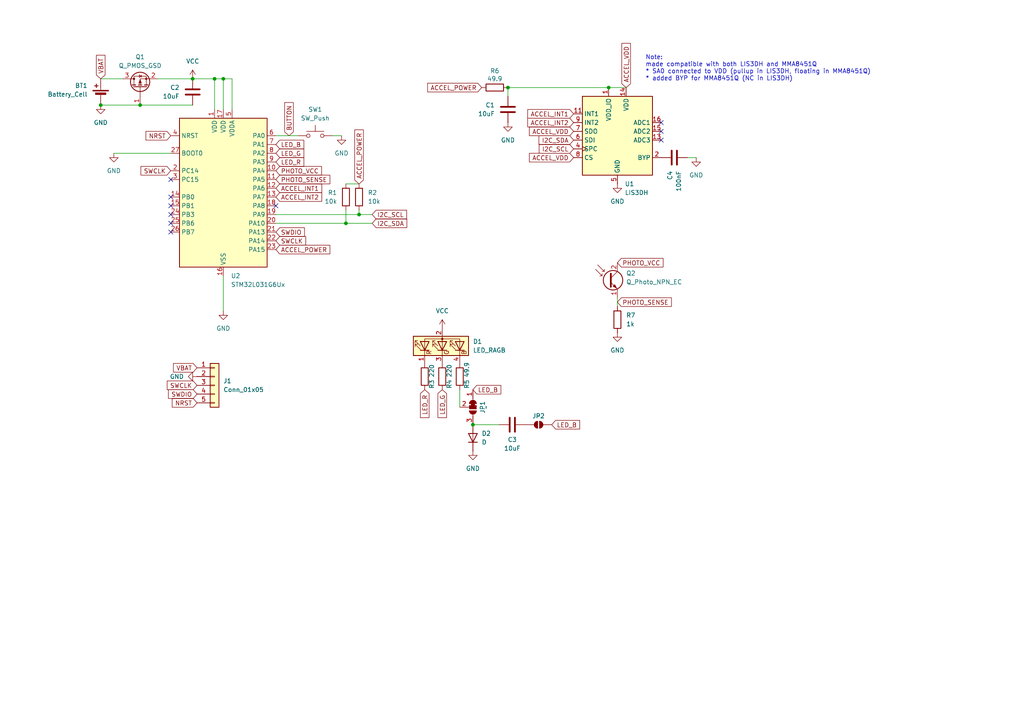
<source format=kicad_sch>
(kicad_sch (version 20250114) (generator "eeschema") (generator_version "9.0")
  (paper "A4")
  (lib_symbols
    (symbol "Connector_Generic:Conn_01x05" (pin_names (offset 1.016) (hide yes))
      (property "Reference" "J" (at 0 7.62 0))
      (property "Value" "Conn_01x05" (at 0 -7.62 0))
      (symbol "Conn_01x05_1_1"
        (rectangle (start -1.27 6.35) (end 1.27 -6.35) (stroke (width 0.254)) (fill (type background)))
        (rectangle (start -1.27 5.207) (end 0 4.953) (stroke (width 0.1524)))
        (rectangle (start -1.27 2.667) (end 0 2.413) (stroke (width 0.1524)))
        (rectangle (start -1.27 0.127) (end 0 -0.127) (stroke (width 0.1524)))
        (rectangle (start -1.27 -2.413) (end 0 -2.667) (stroke (width 0.1524)))
        (rectangle (start -1.27 -4.953) (end 0 -5.207) (stroke (width 0.1524)))
        (pin passive line (at -5.08 5.08 0) (length 3.81) (name "Pin_1") (number "1"))
        (pin passive line (at -5.08 2.54 0) (length 3.81) (name "Pin_2") (number "2"))
        (pin passive line (at -5.08 0 0) (length 3.81) (name "Pin_3") (number "3"))
        (pin passive line (at -5.08 -2.54 0) (length 3.81) (name "Pin_4") (number "4"))
        (pin passive line (at -5.08 -5.08 0) (length 3.81) (name "Pin_5") (number "5"))
      )
    )
    (symbol "Custom:LIS3DH"
      (property "Reference" "U" (at -7.62 11.43 0))
      (property "Value" "LIS3DH/MMA8451" (at 12.192 11.43 0))
      (symbol "LIS3DH_0_1"
        (rectangle (start -10.16 10.16) (end 10.16 -12.7) (stroke (width 0.254)) (fill (type background)))
      )
      (symbol "LIS3DH_1_1"
        (pin output line (at -12.7 5.08 0) (length 2.54) (name "INT1") (number "11"))
        (pin output line (at -12.7 2.54 0) (length 2.54) (name "INT2") (number "9"))
        (pin output line (at -12.7 0 0) (length 2.54) (name "SDO") (number "7"))
        (pin input line (at -12.7 -2.54 0) (length 2.54) (name "SDI") (number "6"))
        (pin input clock (at -12.7 -5.08 0) (length 2.54) (name "SPC") (number "4"))
        (pin input line (at -12.7 -7.62 0) (length 2.54) (name "CS") (number "8"))
        (pin power_in line (at -2.54 12.7 270) (length 2.54) (name "VDD_IO") (number "1"))
        (pin passive line (at 0 -15.24 90) (length 2.54) (hide yes) (name "GND") (number "10"))
        (pin passive line (at 0 -15.24 90) (length 2.54) (hide yes) (name "GND") (number "12"))
        (pin power_in line (at 0 -15.24 90) (length 2.54) (name "GND") (number "5"))
        (pin power_in line (at 2.54 12.7 270) (length 2.54) (name "VDD") (number "14"))
        (pin no_connect line (at 10.16 7.62 180) (length 2.54) (hide yes) (name "NC") (number "3"))
        (pin no_connect line (at 10.16 5.08 180) (length 2.54) (hide yes) (name "NC") (number "2"))
        (pin input line (at 12.7 2.54 180) (length 2.54) (name "ADC1") (number "16"))
        (pin input line (at 12.7 0 180) (length 2.54) (name "ADC2") (number "15"))
        (pin input line (at 12.7 -2.54 180) (length 2.54) (name "ADC3") (number "13"))
        (pin input line (at 12.7 -7.62 180) (length 2.54) (name "BYP") (number "2"))
      )
    )
    (symbol "Device:Battery_Cell" (pin_numbers (hide yes)) (pin_names (offset 0) (hide yes))
      (property "Reference" "BT" (at 2.54 2.54 0))
      (property "Value" "Battery_Cell" (at 2.54 0 0))
      (symbol "Battery_Cell_0_1"
        (rectangle (start -2.286 1.778) (end 2.286 1.524) (fill (type outline)))
        (rectangle (start -1.524 1.016) (end 1.524 0.508) (fill (type outline)))
        (polyline (pts (xy 0 1.778) (xy 0 2.54)))
        (polyline (pts (xy 0 0.762) (xy 0 0)))
        (polyline (pts (xy 0.762 3.048) (xy 1.778 3.048)) (stroke (width 0.254)))
        (polyline (pts (xy 1.27 3.556) (xy 1.27 2.54)) (stroke (width 0.254)))
      )
      (symbol "Battery_Cell_1_1"
        (pin passive line (at 0 5.08 270) (length 2.54) (name "+") (number "1"))
        (pin passive line (at 0 -2.54 90) (length 2.54) (name "-") (number "2"))
      )
    )
    (symbol "Device:C" (pin_numbers (hide yes)) (pin_names (offset 0.254))
      (property "Reference" "C" (at 0.635 2.54 0))
      (property "Value" "C" (at 0.635 -2.54 0))
      (symbol "C_0_1"
        (polyline (pts (xy -2.032 0.762) (xy 2.032 0.762)) (stroke (width 0.508)))
        (polyline (pts (xy -2.032 -0.762) (xy 2.032 -0.762)) (stroke (width 0.508)))
      )
      (symbol "C_1_1"
        (pin passive line (at 0 3.81 270) (length 2.794) (name "~") (number "1"))
        (pin passive line (at 0 -3.81 90) (length 2.794) (name "~") (number "2"))
      )
    )
    (symbol "Device:D" (pin_numbers (hide yes)) (pin_names (offset 1.016) (hide yes))
      (property "Reference" "D" (at 0 2.54 0))
      (property "Value" "D" (at 0 -2.54 0))
      (symbol "D_0_1"
        (polyline (pts (xy -1.27 1.27) (xy -1.27 -1.27)) (stroke (width 0.254)))
        (polyline (pts (xy 1.27 1.27) (xy 1.27 -1.27) (xy -1.27 0) (xy 1.27 1.27)) (stroke (width 0.254)))
        (polyline (pts (xy 1.27 0) (xy -1.27 0)))
      )
      (symbol "D_1_1"
        (pin passive line (at -3.81 0 0) (length 2.54) (name "K") (number "1"))
        (pin passive line (at 3.81 0 180) (length 2.54) (name "A") (number "2"))
      )
    )
    (symbol "Device:LED_RAGB" (pin_names (offset 0) (hide yes))
      (property "Reference" "D" (at 0 9.398 0))
      (property "Value" "LED_RAGB" (at 0 -8.89 0))
      (symbol "LED_RAGB_0_0"
        (text "R" (at -1.905 3.81 0) (effects (font (size 1.27 1.27))))
        (text "G" (at -1.905 -1.27 0) (effects (font (size 1.27 1.27))))
        (text "B" (at -1.905 -6.35 0) (effects (font (size 1.27 1.27))))
      )
      (symbol "LED_RAGB_0_1"
        (polyline (pts (xy -1.27 6.35) (xy -1.27 3.81)) (stroke (width 0.254)))
        (polyline (pts (xy -1.27 6.35) (xy -1.27 3.81) (xy -1.27 3.81)))
        (polyline (pts (xy -1.27 5.08) (xy -2.54 5.08)))
        (polyline (pts (xy -1.27 5.08) (xy 1.27 5.08)))
        (polyline (pts (xy -1.27 1.27) (xy -1.27 -1.27)) (stroke (width 0.254)))
        (polyline (pts (xy -1.27 1.27) (xy -1.27 -1.27) (xy -1.27 -1.27)))
        (polyline (pts (xy -1.27 0) (xy -2.54 0)))
        (polyline (pts (xy -1.27 -3.81) (xy -1.27 -6.35)) (stroke (width 0.254)))
        (polyline (pts (xy -1.27 -5.08) (xy -2.54 -5.08)))
        (polyline (pts (xy -1.27 -5.08) (xy 1.27 -5.08)))
        (polyline (pts (xy -1.016 6.35) (xy 0.508 7.874) (xy -0.254 7.874) (xy 0.508 7.874) (xy 0.508 7.112)))
        (polyline (pts (xy -1.016 1.27) (xy 0.508 2.794) (xy -0.254 2.794) (xy 0.508 2.794) (xy 0.508 2.032)))
        (polyline (pts (xy -1.016 -3.81) (xy 0.508 -2.286) (xy -0.254 -2.286) (xy 0.508 -2.286) (xy 0.508 -3.048)))
        (polyline (pts (xy 0 6.35) (xy 1.524 7.874) (xy 0.762 7.874) (xy 1.524 7.874) (xy 1.524 7.112)))
        (polyline (pts (xy 0 1.27) (xy 1.524 2.794) (xy 0.762 2.794) (xy 1.524 2.794) (xy 1.524 2.032)))
        (polyline (pts (xy 0 -3.81) (xy 1.524 -2.286) (xy 0.762 -2.286) (xy 1.524 -2.286) (xy 1.524 -3.048)))
        (polyline (pts (xy 1.27 6.35) (xy 1.27 3.81) (xy -1.27 5.08) (xy 1.27 6.35)) (stroke (width 0.254)))
        (rectangle (start 1.27 6.35) (end 1.27 6.35))
        (rectangle (start 1.27 3.81) (end 1.27 6.35))
        (polyline (pts (xy 1.27 1.27) (xy 1.27 -1.27) (xy -1.27 0) (xy 1.27 1.27)) (stroke (width 0.254)))
        (rectangle (start 1.27 1.27) (end 1.27 1.27))
        (polyline (pts (xy 1.27 0) (xy -1.27 0)))
        (polyline (pts (xy 1.27 0) (xy 2.54 0)))
        (rectangle (start 1.27 -1.27) (end 1.27 1.27))
        (polyline (pts (xy 1.27 -3.81) (xy 1.27 -6.35) (xy -1.27 -5.08) (xy 1.27 -3.81)) (stroke (width 0.254)))
        (polyline (pts (xy 1.27 -5.08) (xy 2.032 -5.08) (xy 2.032 5.08) (xy 1.27 5.08)))
        (circle (center 2.032 0) (radius 0.254) (fill (type outline)))
        (rectangle (start 2.794 8.382) (end -2.794 -7.62) (stroke (width 0.254)) (fill (type background)))
      )
      (symbol "LED_RAGB_1_1"
        (pin passive line (at -5.08 5.08 0) (length 2.54) (name "RK") (number "1"))
        (pin passive line (at -5.08 0 0) (length 2.54) (name "GK") (number "3"))
        (pin passive line (at -5.08 -5.08 0) (length 2.54) (name "BK") (number "4"))
        (pin passive line (at 5.08 0 180) (length 2.54) (name "A") (number "2"))
      )
    )
    (symbol "Device:Q_Photo_NPN_EC" (pin_names (offset 0) (hide yes))
      (property "Reference" "Q" (at 5.08 1.27 0))
      (property "Value" "Q_Photo_NPN_EC" (at 5.08 -1.27 0))
      (symbol "Q_Photo_NPN_EC_0_1"
        (polyline (pts (xy -3.81 3.175) (xy -1.905 1.27) (xy -1.905 1.905)))
        (polyline (pts (xy -3.175 4.445) (xy -1.27 2.54) (xy -1.27 3.175)))
        (polyline (pts (xy -1.905 1.27) (xy -2.54 1.27)))
        (polyline (pts (xy -1.27 2.54) (xy -1.905 2.54)))
        (polyline (pts (xy 0.635 1.905) (xy 0.635 -1.905) (xy 0.635 -1.905)) (stroke (width 0.508)))
        (polyline (pts (xy 0.635 0.635) (xy 2.54 2.54)))
        (polyline (pts (xy 0.635 -0.635) (xy 2.54 -2.54) (xy 2.54 -2.54)))
        (circle (center 1.27 0) (radius 2.8194) (stroke (width 0.254)))
        (polyline (pts (xy 1.27 -1.778) (xy 1.778 -1.27) (xy 2.286 -2.286) (xy 1.27 -1.778) (xy 1.27 -1.778)) (fill (type outline)))
      )
      (symbol "Q_Photo_NPN_EC_1_1"
        (pin passive line (at 2.54 5.08 270) (length 2.54) (name "C") (number "2"))
        (pin passive line (at 2.54 -5.08 90) (length 2.54) (name "E") (number "1"))
      )
    )
    (symbol "Device:R" (pin_numbers (hide yes)) (pin_names (offset 0))
      (property "Reference" "R" (at 2.032 0 90))
      (property "Value" "R" (at 0 0 90))
      (symbol "R_0_1"
        (rectangle (start -1.016 -2.54) (end 1.016 2.54) (stroke (width 0.254)))
      )
      (symbol "R_1_1"
        (pin passive line (at 0 3.81 270) (length 1.27) (name "~") (number "1"))
        (pin passive line (at 0 -3.81 90) (length 1.27) (name "~") (number "2"))
      )
    )
    (symbol "Jumper:SolderJumper_2_Open" (pin_numbers (hide yes)) (pin_names (offset 0) (hide yes)) (in_bom no)
      (property "Reference" "JP" (at 0 2.032 0))
      (property "Value" "SolderJumper_2_Open" (at 0 -2.54 0))
      (symbol "SolderJumper_2_Open_0_1"
        (polyline (pts (xy -0.254 1.016) (xy -0.254 -1.016)))
        (arc (start -0.254 -1.016) (mid -1.2656 0) (end -0.254 1.016))
        (arc (start -0.254 -1.016) (mid -1.2656 0) (end -0.254 1.016) (fill (type outline)))
        (arc (start 0.254 1.016) (mid 1.2656 0) (end 0.254 -1.016))
        (arc (start 0.254 1.016) (mid 1.2656 0) (end 0.254 -1.016) (fill (type outline)))
        (polyline (pts (xy 0.254 1.016) (xy 0.254 -1.016)))
      )
      (symbol "SolderJumper_2_Open_1_1"
        (pin passive line (at -3.81 0 0) (length 2.54) (name "A") (number "1"))
        (pin passive line (at 3.81 0 180) (length 2.54) (name "B") (number "2"))
      )
    )
    (symbol "Jumper:SolderJumper_3_Bridged12" (pin_names (offset 0) (hide yes)) (in_bom no)
      (property "Reference" "JP" (at -2.54 -2.54 0))
      (property "Value" "SolderJumper_3_Bridged12" (at 0 2.794 0))
      (symbol "SolderJumper_3_Bridged12_0_1"
        (polyline (pts (xy -2.54 0) (xy -2.032 0)))
        (polyline (pts (xy -1.016 1.016) (xy -1.016 -1.016)))
        (rectangle (start -1.016 0.508) (end -0.508 -0.508) (fill (type outline)))
        (arc (start -1.016 -1.016) (mid -2.0276 0) (end -1.016 1.016))
        (arc (start -1.016 -1.016) (mid -2.0276 0) (end -1.016 1.016) (fill (type outline)))
        (rectangle (start -0.508 1.016) (end 0.508 -1.016) (fill (type outline)))
        (polyline (pts (xy 0 -1.27) (xy 0 -1.016)))
        (arc (start 1.016 1.016) (mid 2.0276 0) (end 1.016 -1.016))
        (arc (start 1.016 1.016) (mid 2.0276 0) (end 1.016 -1.016) (fill (type outline)))
        (polyline (pts (xy 1.016 1.016) (xy 1.016 -1.016)))
        (polyline (pts (xy 2.54 0) (xy 2.032 0)))
      )
      (symbol "SolderJumper_3_Bridged12_1_1"
        (pin passive line (at -5.08 0 0) (length 2.54) (name "A") (number "1"))
        (pin passive line (at 0 -3.81 90) (length 2.54) (name "C") (number "2"))
        (pin passive line (at 5.08 0 180) (length 2.54) (name "B") (number "3"))
      )
    )
    (symbol "MCU_ST_STM32L0:STM32L031G6Ux"
      (property "Reference" "U" (at -12.7 24.13 0))
      (property "Value" "STM32L031G6Ux" (at 5.08 24.13 0))
      (symbol "STM32L031G6Ux_0_1"
        (rectangle (start -12.7 -20.32) (end 12.7 22.86) (stroke (width 0.254)) (fill (type background)))
      )
      (symbol "STM32L031G6Ux_1_1"
        (pin input line (at -15.24 17.78 0) (length 2.54) (name "NRST") (number "4"))
        (pin input line (at -15.24 12.7 0) (length 2.54) (name "BOOT0") (number "27"))
        (pin bidirectional line (at -15.24 7.62 0) (length 2.54) (name "PC14") (number "2"))
        (pin bidirectional line (at -15.24 5.08 0) (length 2.54) (name "PC15") (number "3"))
        (pin bidirectional line (at -15.24 0 0) (length 2.54) (name "PB0") (number "14"))
        (pin bidirectional line (at -15.24 -2.54 0) (length 2.54) (name "PB1") (number "15"))
        (pin bidirectional line (at -15.24 -5.08 0) (length 2.54) (name "PB3") (number "24"))
        (pin bidirectional line (at -15.24 -7.62 0) (length 2.54) (name "PB6") (number "25"))
        (pin bidirectional line (at -15.24 -10.16 0) (length 2.54) (name "PB7") (number "26"))
        (pin power_in line (at -2.54 25.4 270) (length 2.54) (name "VDD") (number "1"))
        (pin power_in line (at 0 25.4 270) (length 2.54) (name "VDD") (number "17"))
        (pin power_in line (at 0 -22.86 90) (length 2.54) (name "VSS") (number "16"))
        (pin passive line (at 0 -22.86 90) (length 2.54) (hide yes) (name "VSS") (number "28"))
        (pin power_in line (at 2.54 25.4 270) (length 2.54) (name "VDDA") (number "5"))
        (pin bidirectional line (at 15.24 17.78 180) (length 2.54) (name "PA0") (number "6"))
        (pin bidirectional line (at 15.24 15.24 180) (length 2.54) (name "PA1") (number "7"))
        (pin bidirectional line (at 15.24 12.7 180) (length 2.54) (name "PA2") (number "8"))
        (pin bidirectional line (at 15.24 10.16 180) (length 2.54) (name "PA3") (number "9"))
        (pin bidirectional line (at 15.24 7.62 180) (length 2.54) (name "PA4") (number "10"))
        (pin bidirectional line (at 15.24 5.08 180) (length 2.54) (name "PA5") (number "11"))
        (pin bidirectional line (at 15.24 2.54 180) (length 2.54) (name "PA6") (number "12"))
        (pin bidirectional line (at 15.24 0 180) (length 2.54) (name "PA7") (number "13"))
        (pin bidirectional line (at 15.24 -2.54 180) (length 2.54) (name "PA8") (number "18"))
        (pin bidirectional line (at 15.24 -5.08 180) (length 2.54) (name "PA9") (number "19"))
        (pin bidirectional line (at 15.24 -7.62 180) (length 2.54) (name "PA10") (number "20"))
        (pin bidirectional line (at 15.24 -10.16 180) (length 2.54) (name "PA13") (number "21"))
        (pin bidirectional line (at 15.24 -12.7 180) (length 2.54) (name "PA14") (number "22"))
        (pin bidirectional line (at 15.24 -15.24 180) (length 2.54) (name "PA15") (number "23"))
      )
    )
    (symbol "Switch:SW_Push" (pin_numbers (hide yes)) (pin_names (offset 1.016) (hide yes))
      (property "Reference" "SW" (at 1.27 2.54 0))
      (property "Value" "SW_Push" (at 0 -1.524 0))
      (symbol "SW_Push_0_1"
        (circle (center -2.032 0) (radius 0.508))
        (polyline (pts (xy 0 1.27) (xy 0 3.048)))
        (circle (center 2.032 0) (radius 0.508))
        (polyline (pts (xy 2.54 1.27) (xy -2.54 1.27)))
        (pin passive line (at -5.08 0 0) (length 2.54) (name "1") (number "1"))
        (pin passive line (at 5.08 0 180) (length 2.54) (name "2") (number "2"))
      )
    )
    (symbol "Transistor_FET:Q_PMOS_GSD" (pin_names (offset 0) (hide yes))
      (property "Reference" "Q" (at 5.08 1.905 0))
      (property "Value" "Q_PMOS_GSD" (at 5.08 0 0))
      (symbol "Q_PMOS_GSD_0_1"
        (polyline (pts (xy 0.254 1.905) (xy 0.254 -1.905)) (stroke (width 0.254)))
        (polyline (pts (xy 0.254 0) (xy -2.54 0)))
        (polyline (pts (xy 0.762 2.286) (xy 0.762 1.27)) (stroke (width 0.254)))
        (polyline (pts (xy 0.762 1.778) (xy 3.302 1.778) (xy 3.302 -1.778) (xy 0.762 -1.778)))
        (polyline (pts (xy 0.762 0.508) (xy 0.762 -0.508)) (stroke (width 0.254)))
        (polyline (pts (xy 0.762 -1.27) (xy 0.762 -2.286)) (stroke (width 0.254)))
        (circle (center 1.651 0) (radius 2.794) (stroke (width 0.254)))
        (polyline (pts (xy 2.286 0) (xy 1.27 0.381) (xy 1.27 -0.381) (xy 2.286 0)) (fill (type outline)))
        (polyline (pts (xy 2.54 2.54) (xy 2.54 1.778)))
        (circle (center 2.54 1.778) (radius 0.254) (fill (type outline)))
        (circle (center 2.54 -1.778) (radius 0.254) (fill (type outline)))
        (polyline (pts (xy 2.54 -2.54) (xy 2.54 0) (xy 0.762 0)))
        (polyline (pts (xy 2.921 -0.381) (xy 3.683 -0.381)))
        (polyline (pts (xy 3.302 -0.381) (xy 2.921 0.254) (xy 3.683 0.254) (xy 3.302 -0.381)))
      )
      (symbol "Q_PMOS_GSD_1_1"
        (pin input line (at -5.08 0 0) (length 2.54) (name "G") (number "1"))
        (pin passive line (at 2.54 5.08 270) (length 2.54) (name "D") (number "3"))
        (pin passive line (at 2.54 -5.08 90) (length 2.54) (name "S") (number "2"))
      )
    )
    (symbol "power:GND" (power) (pin_numbers (hide yes)) (pin_names (offset 0) (hide yes))
      (property "Value" "GND" (at 0 -3.81 0))
      (symbol "GND_0_1"
        (polyline (pts (xy 0 0) (xy 0 -1.27) (xy 1.27 -1.27) (xy 0 -2.54) (xy -1.27 -1.27) (xy 0 -1.27)))
      )
      (symbol "GND_1_1"
        (pin power_in line (at 0 0 270) (length 0) (name "~") (number "1"))
      )
    )
    (symbol "power:VCC" (power) (pin_numbers (hide yes)) (pin_names (offset 0) (hide yes))
      (property "Value" "VCC" (at 0 3.556 0))
      (symbol "VCC_0_1"
        (polyline (pts (xy -0.762 1.27) (xy 0 2.54)))
        (polyline (pts (xy 0 2.54) (xy 0.762 1.27)))
        (polyline (pts (xy 0 0) (xy 0 2.54)))
      )
      (symbol "VCC_1_1"
        (pin power_in line (at 0 0 90) (length 0) (name "~") (number "1"))
      )
    )
  )
  (text "Note:\nmade compatible with both LIS3DH and MMA8451Q\n* SA0 connected to VDD (pullup in LIS3DH, floating in MMA8451Q)\n* added BYP for MMA8451Q (NC in LIS3DH)" (at 187.198 19.812 0) (effects (font (size 1.27 1.27)) (justify left)))
  (junction (at 104.14 62.23))
  (junction (at 55.88 22.86))
  (junction (at 137.16 123.19))
  (junction (at 147.32 25.4))
  (junction (at 100.33 64.77))
  (junction (at 64.77 22.86))
  (junction (at 29.21 30.48))
  (junction (at 62.23 22.86))
  (junction (at 40.64 30.48))
  (junction (at 176.53 25.4))
  (no_connect (at 191.77 40.64))
  (no_connect (at 49.53 57.15))
  (no_connect (at 191.77 38.1))
  (no_connect (at 49.53 52.07))
  (no_connect (at 191.77 35.56))
  (no_connect (at 80.01 59.69))
  (no_connect (at 49.53 62.23))
  (no_connect (at 49.53 64.77))
  (no_connect (at 49.53 59.69))
  (no_connect (at 49.53 67.31))
  (wire (pts (xy 107.95 64.77) (xy 100.33 64.77)))
  (wire (pts (xy 40.64 30.48) (xy 55.88 30.48)))
  (wire (pts (xy 100.33 60.96) (xy 100.33 64.77)))
  (wire (pts (xy 55.88 22.86) (xy 62.23 22.86)))
  (wire (pts (xy 64.77 22.86) (xy 67.31 22.86)))
  (wire (pts (xy 62.23 22.86) (xy 64.77 22.86)))
  (wire (pts (xy 86.36 39.37) (xy 80.01 39.37)))
  (wire (pts (xy 64.77 80.01) (xy 64.77 90.17)))
  (wire (pts (xy 80.01 62.23) (xy 104.14 62.23)))
  (wire (pts (xy 55.88 22.86) (xy 45.72 22.86)))
  (wire (pts (xy 133.35 113.03) (xy 133.35 118.11)))
  (wire (pts (xy 64.77 31.75) (xy 64.77 22.86)))
  (wire (pts (xy 67.31 31.75) (xy 67.31 22.86)))
  (wire (pts (xy 99.06 39.37) (xy 96.52 39.37)))
  (wire (pts (xy 176.53 25.4) (xy 181.61 25.4)))
  (wire (pts (xy 147.32 25.4) (xy 176.53 25.4)))
  (wire (pts (xy 80.01 64.77) (xy 100.33 64.77)))
  (wire (pts (xy 62.23 22.86) (xy 62.23 31.75)))
  (wire (pts (xy 104.14 60.96) (xy 104.14 62.23)))
  (wire (pts (xy 100.33 53.34) (xy 104.14 53.34)))
  (wire (pts (xy 107.95 62.23) (xy 104.14 62.23)))
  (wire (pts (xy 147.32 27.94) (xy 147.32 25.4)))
  (wire (pts (xy 29.21 30.48) (xy 40.64 30.48)))
  (wire (pts (xy 201.93 45.72) (xy 199.39 45.72)))
  (wire (pts (xy 137.16 123.19) (xy 144.78 123.19)))
  (wire (pts (xy 33.02 44.45) (xy 49.53 44.45)))
  (wire (pts (xy 35.56 22.86) (xy 29.21 22.86)))
  (wire (pts (xy 179.07 88.9) (xy 179.07 86.36)))
  (global_label "SWCLK" (shape input) (at 49.53 49.53 180) (property "Intersheetrefs" "${INTERSHEET_REFS}" (effects (hide yes))))
  (global_label "PHOTO_SENSE" (shape input) (at 179.07 87.63 0) (property "Intersheetrefs" "${INTERSHEET_REFS}" (effects (hide yes))))
  (global_label "ACCEL_POWER" (shape input) (at 80.01 72.39 0) (property "Intersheetrefs" "${INTERSHEET_REFS}" (effects (hide yes))))
  (global_label "ACCEL_INT2" (shape input) (at 166.37 35.56 180) (property "Intersheetrefs" "${INTERSHEET_REFS}" (effects (hide yes))))
  (global_label "ACCEL_VDD" (shape input) (at 166.37 45.72 180) (property "Intersheetrefs" "${INTERSHEET_REFS}" (effects (hide yes))))
  (global_label "SWDIO" (shape input) (at 57.15 114.3 180) (property "Intersheetrefs" "${INTERSHEET_REFS}" (effects (hide yes))))
  (global_label "I2C_SDA" (shape input) (at 107.95 64.77 0) (property "Intersheetrefs" "${INTERSHEET_REFS}" (effects (hide yes))))
  (global_label "SWCLK" (shape input) (at 80.01 69.85 0) (property "Intersheetrefs" "${INTERSHEET_REFS}" (effects (hide yes))))
  (global_label "ACCEL_VDD" (shape input) (at 181.61 25.4 90) (property "Intersheetrefs" "${INTERSHEET_REFS}" (effects (hide yes))))
  (global_label "PHOTO_VCC" (shape input) (at 179.07 76.2 0) (property "Intersheetrefs" "${INTERSHEET_REFS}" (effects (hide yes))))
  (global_label "ACCEL_VDD" (shape input) (at 166.37 38.1 180) (property "Intersheetrefs" "${INTERSHEET_REFS}" (effects (hide yes))))
  (global_label "ACCEL_INT1" (shape input) (at 80.01 54.61 0) (property "Intersheetrefs" "${INTERSHEET_REFS}" (effects (hide yes))))
  (global_label "ACCEL_POWER" (shape input) (at 104.14 53.34 90) (property "Intersheetrefs" "${INTERSHEET_REFS}" (effects (hide yes))))
  (global_label "ACCEL_INT2" (shape input) (at 80.01 57.15 0) (property "Intersheetrefs" "${INTERSHEET_REFS}" (effects (hide yes))))
  (global_label "PHOTO_SENSE" (shape input) (at 80.01 52.07 0) (property "Intersheetrefs" "${INTERSHEET_REFS}" (effects (hide yes))))
  (global_label "LED_G" (shape input) (at 128.27 113.03 270) (property "Intersheetrefs" "${INTERSHEET_REFS}" (effects (hide yes))))
  (global_label "LED_B" (shape input) (at 160.02 123.19 0) (property "Intersheetrefs" "${INTERSHEET_REFS}" (effects (hide yes))))
  (global_label "ACCEL_POWER" (shape input) (at 139.7 25.4 180) (property "Intersheetrefs" "${INTERSHEET_REFS}" (effects (hide yes))))
  (global_label "LED_B" (shape input) (at 137.16 113.03 0) (property "Intersheetrefs" "${INTERSHEET_REFS}" (effects (hide yes))))
  (global_label "I2C_SCL" (shape input) (at 107.95 62.23 0) (property "Intersheetrefs" "${INTERSHEET_REFS}" (effects (hide yes))))
  (global_label "LED_R" (shape input) (at 80.01 46.99 0) (property "Intersheetrefs" "${INTERSHEET_REFS}" (effects (hide yes))))
  (global_label "I2C_SCL" (shape input) (at 166.37 43.18 180) (property "Intersheetrefs" "${INTERSHEET_REFS}" (effects (hide yes))))
  (global_label "LED_G" (shape input) (at 80.01 44.45 0) (property "Intersheetrefs" "${INTERSHEET_REFS}" (effects (hide yes))))
  (global_label "BUTTON" (shape input) (at 83.82 39.37 90) (property "Intersheetrefs" "${INTERSHEET_REFS}" (effects (hide yes))))
  (global_label "I2C_SDA" (shape input) (at 166.37 40.64 180) (property "Intersheetrefs" "${INTERSHEET_REFS}" (effects (hide yes))))
  (global_label "ACCEL_INT1" (shape input) (at 166.37 33.02 180) (property "Intersheetrefs" "${INTERSHEET_REFS}" (effects (hide yes))))
  (global_label "NRST" (shape input) (at 49.53 39.37 180) (property "Intersheetrefs" "${INTERSHEET_REFS}" (effects (hide yes))))
  (global_label "SWDIO" (shape input) (at 80.01 67.31 0) (property "Intersheetrefs" "${INTERSHEET_REFS}" (effects (hide yes))))
  (global_label "LED_R" (shape input) (at 123.19 113.03 270) (property "Intersheetrefs" "${INTERSHEET_REFS}" (effects (hide yes))))
  (global_label "VBAT" (shape input) (at 57.15 106.68 180) (property "Intersheetrefs" "${INTERSHEET_REFS}" (effects (hide yes))))
  (global_label "LED_B" (shape input) (at 80.01 41.91 0) (property "Intersheetrefs" "${INTERSHEET_REFS}" (effects (hide yes))))
  (global_label "VBAT" (shape input) (at 29.21 22.86 90) (property "Intersheetrefs" "${INTERSHEET_REFS}" (effects (hide yes))))
  (global_label "NRST" (shape input) (at 57.15 116.84 180) (property "Intersheetrefs" "${INTERSHEET_REFS}" (effects (hide yes))))
  (global_label "PHOTO_VCC" (shape input) (at 80.01 49.53 0) (property "Intersheetrefs" "${INTERSHEET_REFS}" (effects (hide yes))))
  (global_label "SWCLK" (shape input) (at 57.15 111.76 180) (property "Intersheetrefs" "${INTERSHEET_REFS}" (effects (hide yes))))
  (symbol (lib_id "Custom:LIS3DH") (at 179.07 38.1 0) (unit 1)
    (property "Reference" "U1" (at 181.2133 53.34 0) (effects (justify left)))
    (property "Value" "LIS3DH" (at 181.2133 55.88 0) (effects (justify left)))
    (property "Footprint" "Package_LGA:LGA-16_3x3mm_P0.5mm_LayoutBorder3x5y" (effects (hide yes)))
    (property "Datasheet" "https://www.st.com/resource/en/datasheet/cd00274221.pdf" (effects (hide yes)))
    (property "Description" "3-Axis Accelerometer, 2/4/8/16g range, I2C/SPI interface, LGA-16" (effects (hide yes)))
    (property "LCSC" "C15134" (effects (hide yes)))
  )
  (symbol (lib_id "Device:C") (at 195.58 45.72 90) (mirror x) (unit 1)
    (property "Reference" "C4" (at 194.3099 49.53 0) (effects (justify left)))
    (property "Value" "100nF" (at 196.8499 49.53 0) (effects (justify left)))
    (property "Footprint" "Capacitor_SMD:C_0402_1005Metric" (effects (hide yes)))
    (property "Description" "Unpolarized capacitor" (effects (hide yes)))
    (property "LCSC" "C1525" (effects (hide yes)))
  )
  (symbol (lib_id "Transistor_FET:Q_PMOS_GSD") (at 40.64 25.4 90) (unit 1)
    (property "Reference" "Q1" (at 40.64 16.51 90))
    (property "Value" "Q_PMOS_GSD" (at 40.64 19.05 90))
    (property "Footprint" "Package_TO_SOT_SMD:SOT-23" (effects (hide yes)))
    (property "Description" "P-MOSFET transistor, gate/source/drain" (effects (hide yes)))
    (property "LCSC" "C427391" (effects (hide yes)))
    (property "FT Rotation Offset" "90" (effects (hide yes)))
  )
  (symbol (lib_id "Device:R") (at 104.14 57.15 0) (unit 1)
    (property "Reference" "R2" (at 106.68 55.8799 0) (effects (justify left)))
    (property "Value" "10k" (at 106.68 58.4199 0) (effects (justify left)))
    (property "Footprint" "Resistor_SMD:R_0402_1005Metric" (effects (hide yes)))
    (property "Description" "Resistor" (effects (hide yes)))
    (property "LCSC" "C25744" (effects (hide yes)))
  )
  (symbol (lib_id "power:VCC") (at 128.27 95.25 0) (mirror y) (unit 1)
    (property "Reference" "#PWR02" (effects (hide yes)))
    (property "Value" "VCC" (at 128.27 90.17 0))
    (property "Description" "Power symbol creates a global label with name \"VCC\"" (effects (hide yes)))
  )
  (symbol (lib_id "Device:D") (at 137.16 127 90) (unit 1)
    (property "Reference" "D2" (at 139.7 125.7299 90) (effects (justify right)))
    (property "Value" "D" (at 139.7 128.2699 90) (effects (justify right)))
    (property "Footprint" "Diode_SMD:D_SOD-523" (effects (hide yes)))
    (property "Description" "Diode" (effects (hide yes)))
    (property "Sim.Device" "D" (effects (hide yes)))
    (property "Sim.Pins" "1=K 2=A" (effects (hide yes)))
    (property "LCSC" "C2128" (effects (hide yes)))
  )
  (symbol (lib_id "power:GND") (at 29.21 30.48 0) (mirror y) (unit 1)
    (property "Reference" "#PWR09" (effects (hide yes)))
    (property "Value" "GND" (at 29.21 35.56 0))
    (property "Description" "Power symbol creates a global label with name \"GND\" , ground" (effects (hide yes)))
  )
  (symbol (lib_id "power:GND") (at 64.77 90.17 0) (unit 1)
    (property "Reference" "#PWR05" (effects (hide yes)))
    (property "Value" "GND" (at 64.77 95.25 0))
    (property "Description" "Power symbol creates a global label with name \"GND\" , ground" (effects (hide yes)))
  )
  (symbol (lib_id "power:GND") (at 179.07 53.34 0) (mirror y) (unit 1)
    (property "Reference" "#PWR06" (effects (hide yes)))
    (property "Value" "GND" (at 179.07 58.42 0))
    (property "Description" "Power symbol creates a global label with name \"GND\" , ground" (effects (hide yes)))
  )
  (symbol (lib_id "Device:LED_RAGB") (at 128.27 100.33 90) (unit 1)
    (property "Reference" "D1" (at 137.16 99.0599 90) (effects (justify right)))
    (property "Value" "LED_RAGB" (at 137.16 101.5999 90) (effects (justify right)))
    (property "Description" "RGB LED, red/anode/green/blue" (effects (hide yes)))
  )
  (symbol (lib_id "power:GND") (at 57.15 109.22 270) (unit 1)
    (property "Reference" "#PWR03" (effects (hide yes)))
    (property "Value" "GND" (at 53.34 109.2199 90) (effects (justify right)))
    (property "Description" "Power symbol creates a global label with name \"GND\" , ground" (effects (hide yes)))
  )
  (symbol (lib_id "power:VCC") (at 55.88 22.86 0) (mirror y) (unit 1)
    (property "Reference" "#PWR08" (effects (hide yes)))
    (property "Value" "VCC" (at 55.88 17.78 0))
    (property "Description" "Power symbol creates a global label with name \"VCC\"" (effects (hide yes)))
  )
  (symbol (lib_id "power:GND") (at 33.02 44.45 0) (unit 1)
    (property "Reference" "#PWR04" (effects (hide yes)))
    (property "Value" "GND" (at 33.02 49.53 0))
    (property "Description" "Power symbol creates a global label with name \"GND\" , ground" (effects (hide yes)))
  )
  (symbol (lib_id "Device:Battery_Cell") (at 29.21 27.94 0) (mirror y) (unit 1)
    (property "Reference" "BT1" (at 25.4 24.8284 0) (effects (justify left)))
    (property "Value" "Battery_Cell" (at 25.4 27.3684 0) (effects (justify left)))
    (property "Footprint" "Custom:MY-1220-03" (effects (hide yes)))
    (property "Description" "Single-cell battery" (effects (hide yes)))
    (property "LCSC" "C964818" (effects (hide yes)))
  )
  (symbol (lib_id "power:GND") (at 201.93 45.72 0) (mirror y) (unit 1)
    (property "Reference" "#PWR012" (effects (hide yes)))
    (property "Value" "GND" (at 201.93 50.8 0))
    (property "Description" "Power symbol creates a global label with name \"GND\" , ground" (effects (hide yes)))
  )
  (symbol (lib_id "Device:C") (at 55.88 26.67 0) (mirror y) (unit 1)
    (property "Reference" "C2" (at 52.07 25.3999 0) (effects (justify left)))
    (property "Value" "10uF" (at 52.07 27.9399 0) (effects (justify left)))
    (property "Footprint" "Capacitor_SMD:C_0402_1005Metric" (effects (hide yes)))
    (property "Description" "Unpolarized capacitor" (effects (hide yes)))
    (property "LCSC" "C15525" (effects (hide yes)))
  )
  (symbol (lib_id "Device:R") (at 100.33 57.15 0) (mirror y) (unit 1)
    (property "Reference" "R1" (at 97.79 55.8799 0) (effects (justify left)))
    (property "Value" "10k" (at 97.79 58.4199 0) (effects (justify left)))
    (property "Footprint" "Resistor_SMD:R_0402_1005Metric" (effects (hide yes)))
    (property "Description" "Resistor" (effects (hide yes)))
    (property "LCSC" "C25744" (effects (hide yes)))
  )
  (symbol (lib_id "power:GND") (at 99.06 39.37 0) (mirror y) (unit 1)
    (property "Reference" "#PWR01" (effects (hide yes)))
    (property "Value" "GND" (at 99.06 44.45 0))
    (property "Description" "Power symbol creates a global label with name \"GND\" , ground" (effects (hide yes)))
  )
  (symbol (lib_id "Jumper:SolderJumper_3_Bridged12") (at 137.16 118.11 270) (unit 1) (in_bom no)
    (property "Reference" "JP1" (at 139.954 118.11 0))
    (property "Value" "~" (at 140.97 118.11 0))
    (property "Footprint" "Jumper:SolderJumper-3_P1.3mm_Bridged12_RoundedPad1.0x1.5mm" (effects (hide yes)))
    (property "Description" "3-pole Solder Jumper, pins 1+2 closed/bridged" (effects (hide yes)))
  )
  (symbol (lib_id "Device:R") (at 133.35 109.22 0) (unit 1)
    (property "Reference" "R5" (at 135.382 112.776 90) (effects (justify left)))
    (property "Value" "49.9" (at 135.382 109.474 90) (effects (justify left)))
    (property "Footprint" "Resistor_SMD:R_0402_1005Metric" (effects (hide yes)))
    (property "Description" "Resistor" (effects (hide yes)))
    (property "LCSC" "C25120" (effects (hide yes)))
  )
  (symbol (lib_id "Device:C") (at 147.32 31.75 0) (mirror y) (unit 1)
    (property "Reference" "C1" (at 143.51 30.4799 0) (effects (justify left)))
    (property "Value" "10uF" (at 143.51 33.0199 0) (effects (justify left)))
    (property "Footprint" "Capacitor_SMD:C_0402_1005Metric" (effects (hide yes)))
    (property "Description" "Unpolarized capacitor" (effects (hide yes)))
    (property "LCSC" "C15525" (effects (hide yes)))
  )
  (symbol (lib_id "Device:C") (at 148.59 123.19 90) (mirror x) (unit 1)
    (property "Reference" "C3" (at 148.59 127.508 90))
    (property "Value" "10uF" (at 148.59 130.048 90))
    (property "Footprint" "Capacitor_SMD:C_0402_1005Metric" (effects (hide yes)))
    (property "Description" "Unpolarized capacitor" (effects (hide yes)))
    (property "LCSC" "C15525" (effects (hide yes)))
  )
  (symbol (lib_id "MCU_ST_STM32L0:STM32L031G6Ux") (at 64.77 57.15 0) (unit 1)
    (property "Reference" "U2" (at 66.9641 80.01 0) (effects (justify left)))
    (property "Value" "STM32L031G6Ux" (at 66.9641 82.55 0) (effects (justify left)))
    (property "Footprint" "Package_DFN_QFN:QFN-28_4x4mm_P0.5mm" (effects (hide yes)))
    (property "Datasheet" "https://www.st.com/resource/en/datasheet/stm32l031g6.pdf" (effects (hide yes)))
    (property "Description" "STMicroelectronics Arm Cortex-M0+ MCU, 32KB flash, 8KB RAM, 32 MHz, 1.65-3.6V, 21 GPIO, UFQFPN28" (effects (hide yes)))
    (property "LCSC" "C96514" (effects (hide yes)))
    (property "Rotation Offset" "180" (effects (hide yes)))
  )
  (symbol (lib_id "Device:R") (at 128.27 109.22 0) (unit 1)
    (property "Reference" "R4" (at 130.302 112.776 90) (effects (justify left)))
    (property "Value" "220" (at 130.302 109.474 90) (effects (justify left)))
    (property "Footprint" "Resistor_SMD:R_0402_1005Metric" (effects (hide yes)))
    (property "Description" "Resistor" (effects (hide yes)))
    (property "LCSC" "C25091" (effects (hide yes)))
  )
  (symbol (lib_id "Connector_Generic:Conn_01x05") (at 62.23 111.76 0) (unit 1) (in_bom no)
    (property "Reference" "J1" (at 64.77 110.4899 0) (effects (justify left)))
    (property "Value" "Conn_01x05" (at 64.77 113.0299 0) (effects (justify left)))
    (property "Footprint" "Custom:ProgramHeader" (effects (hide yes)))
    (property "Description" "Generic connector, single row, 01x05, script generated (kicad-library-utils/schlib/autogen/connector/)" (effects (hide yes)))
  )
  (symbol (lib_id "Jumper:SolderJumper_2_Open") (at 156.21 123.19 0) (unit 1) (in_bom no)
    (property "Reference" "JP2" (at 156.21 120.65 0))
    (property "Value" "~" (at 156.21 120.65 0))
    (property "Footprint" "Jumper:SolderJumper-2_P1.3mm_Open_RoundedPad1.0x1.5mm" (effects (hide yes)))
    (property "Description" "Solder Jumper, 2-pole, open" (effects (hide yes)))
  )
  (symbol (lib_id "power:GND") (at 137.16 130.81 0) (unit 1)
    (property "Reference" "#PWR010" (effects (hide yes)))
    (property "Value" "GND" (at 137.16 135.89 0))
    (property "Description" "Power symbol creates a global label with name \"GND\" , ground" (effects (hide yes)))
  )
  (symbol (lib_id "power:GND") (at 147.32 35.56 0) (mirror y) (unit 1)
    (property "Reference" "#PWR07" (effects (hide yes)))
    (property "Value" "GND" (at 147.32 40.64 0))
    (property "Description" "Power symbol creates a global label with name \"GND\" , ground" (effects (hide yes)))
  )
  (symbol (lib_id "Device:Q_Photo_NPN_EC") (at 176.53 81.28 0) (unit 1)
    (property "Reference" "Q2" (at 181.61 79.2606 0) (effects (justify left)))
    (property "Value" "Q_Photo_NPN_EC" (at 181.61 81.8006 0) (effects (justify left)))
    (property "Footprint" "LED_SMD:LED_0603_1608Metric" (effects (hide yes)))
    (property "Description" "NPN phototransistor, emitter/collector" (effects (hide yes)))
    (property "LCSC" "C20416370" (effects (hide yes)))
  )
  (symbol (lib_id "Device:R") (at 123.19 109.22 0) (unit 1)
    (property "Reference" "R3" (at 125.222 112.776 90) (effects (justify left)))
    (property "Value" "220" (at 125.222 109.474 90) (effects (justify left)))
    (property "Footprint" "Resistor_SMD:R_0402_1005Metric" (effects (hide yes)))
    (property "Description" "Resistor" (effects (hide yes)))
    (property "LCSC" "C25091" (effects (hide yes)))
  )
  (symbol (lib_id "Switch:SW_Push") (at 91.44 39.37 0) (mirror y) (unit 1)
    (property "Reference" "SW1" (at 91.44 31.75 0))
    (property "Value" "SW_Push" (at 91.44 34.29 0))
    (property "Footprint" "Button_Switch_SMD:SW_Push_SPST_NO_Alps_SKRK" (effects (hide yes)))
    (property "Description" "Push button switch, generic, two pins" (effects (hide yes)))
    (property "LCSC" "C720477" (effects (hide yes)))
  )
  (symbol (lib_id "Device:R") (at 143.51 25.4 90) (unit 1)
    (property "Reference" "R6" (at 143.51 20.574 90))
    (property "Value" "49.9" (at 143.51 22.86 90))
    (property "Footprint" "Resistor_SMD:R_0402_1005Metric" (effects (hide yes)))
    (property "Description" "Resistor" (effects (hide yes)))
    (property "LCSC" "C25120" (effects (hide yes)))
  )
  (symbol (lib_id "power:GND") (at 179.07 96.52 0) (mirror y) (unit 1)
    (property "Reference" "#PWR011" (effects (hide yes)))
    (property "Value" "GND" (at 179.07 101.6 0))
    (property "Description" "Power symbol creates a global label with name \"GND\" , ground" (effects (hide yes)))
  )
  (symbol (lib_id "Device:R") (at 179.07 92.71 0) (unit 1)
    (property "Reference" "R7" (at 181.61 91.4399 0) (effects (justify left)))
    (property "Value" "1k" (at 181.61 93.9799 0) (effects (justify left)))
    (property "Footprint" "Resistor_SMD:R_0402_1005Metric" (effects (hide yes)))
    (property "Description" "Resistor" (effects (hide yes)))
    (property "LCSC" "C11702" (effects (hide yes)))
  )
)
</source>
